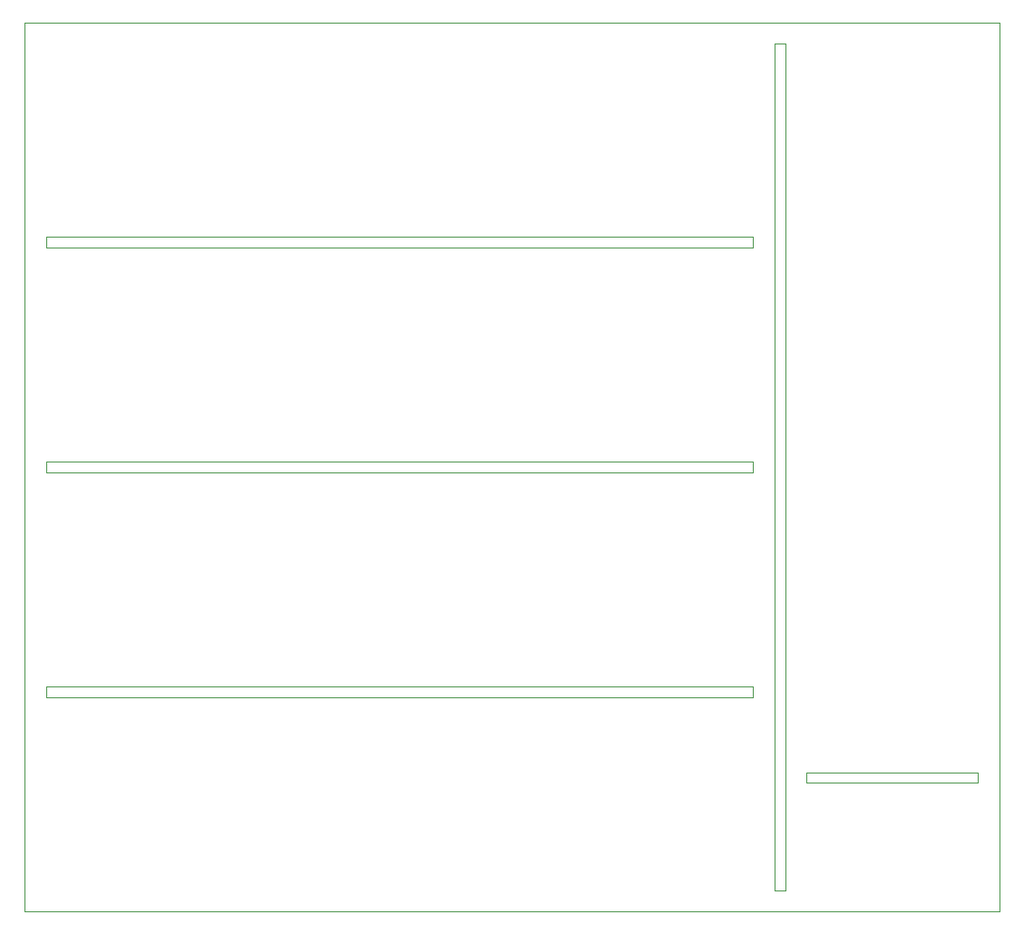
<source format=gbr>
%TF.GenerationSoftware,KiCad,Pcbnew,(5.1.9)-1*%
%TF.CreationDate,2021-03-18T16:40:49+01:00*%
%TF.ProjectId,DOORSENSOR,444f4f52-5345-44e5-934f-522e6b696361,rev?*%
%TF.SameCoordinates,Original*%
%TF.FileFunction,Profile,NP*%
%FSLAX46Y46*%
G04 Gerber Fmt 4.6, Leading zero omitted, Abs format (unit mm)*
G04 Created by KiCad (PCBNEW (5.1.9)-1) date 2021-03-18 16:40:49*
%MOMM*%
%LPD*%
G01*
G04 APERTURE LIST*
%TA.AperFunction,Profile*%
%ADD10C,0.050000*%
%TD*%
G04 APERTURE END LIST*
D10*
X158000000Y-124000000D02*
X158000000Y-123000000D01*
X142000000Y-124000000D02*
X158000000Y-124000000D01*
X142000000Y-123000000D02*
X142000000Y-124000000D01*
X158000000Y-123000000D02*
X142000000Y-123000000D01*
X71000000Y-116000000D02*
X71000000Y-115000000D01*
X71000000Y-94000000D02*
X137000000Y-94000000D01*
X137000000Y-116000000D02*
X71000000Y-116000000D01*
X137000000Y-115000000D02*
X137000000Y-116000000D01*
X71000000Y-115000000D02*
X137000000Y-115000000D01*
X71000000Y-95000000D02*
X71000000Y-94000000D01*
X137000000Y-95000000D02*
X71000000Y-95000000D01*
X137000000Y-94000000D02*
X137000000Y-95000000D01*
X137000000Y-74000000D02*
X71000000Y-74000000D01*
X137000000Y-73000000D02*
X137000000Y-74000000D01*
X71000000Y-73000000D02*
X137000000Y-73000000D01*
X139000000Y-134000000D02*
X139000000Y-55000000D01*
X140000000Y-134000000D02*
X139000000Y-134000000D01*
X140000000Y-55000000D02*
X140000000Y-134000000D01*
X139000000Y-55000000D02*
X140000000Y-55000000D01*
X71000000Y-73000000D02*
X71000000Y-74000000D01*
X160000000Y-136000000D02*
X69000000Y-136000000D01*
X160000000Y-53000000D02*
X160000000Y-136000000D01*
X69000000Y-53000000D02*
X69000000Y-136000000D01*
X69000000Y-53000000D02*
X160000000Y-53000000D01*
M02*

</source>
